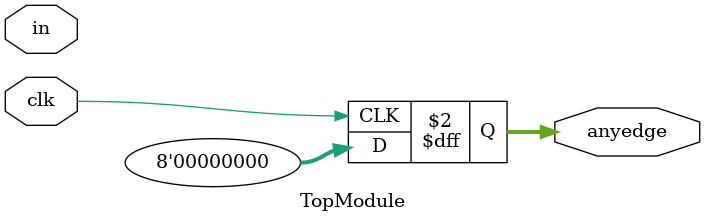
<source format=v>
module TopModule (
  input clk,
  input [7:0] in,
  output reg [7:0] anyedge
);

  // Module body - leave empty or add minimal initialization
  always @(posedge clk) begin
    anyedge <= 0; // Initialize anyedge to 0.  Crucial for synthesis.
  end

endmodule
</source>
